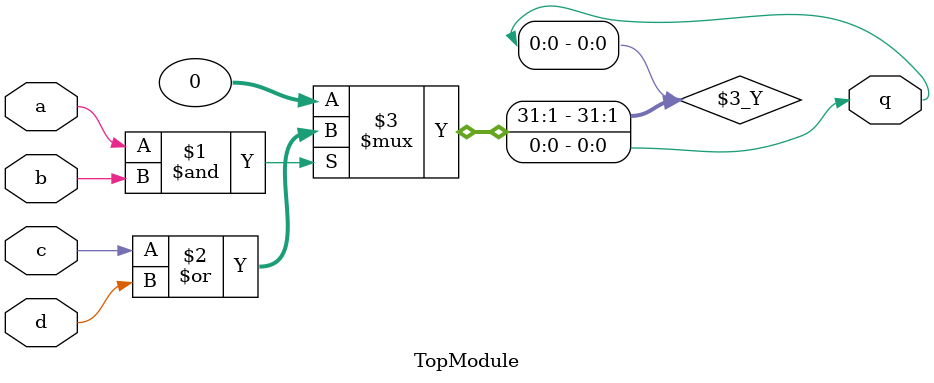
<source format=sv>

module TopModule (
  input a,
  input b,
  input c,
  input d,
  output q
);
assign q = (a & b) ? (c | d) : 0; endmodule

// VERILOG-EVAL: endmodule not found

</source>
